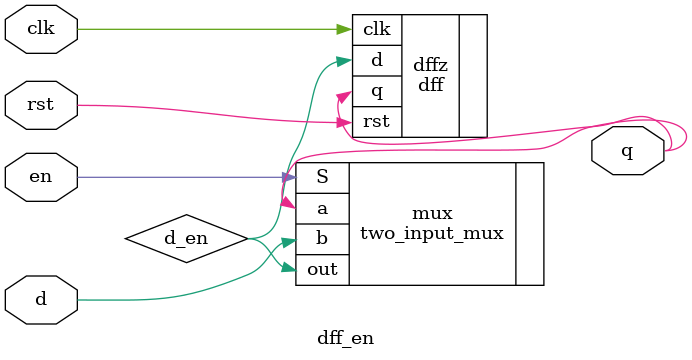
<source format=v>

module dff_en (q, d, clk, rst, en);

    output         q;
    input          d;
    input          clk;
    input          rst;
	input	   en;
	
	wire d_en;
	
	two_input_mux mux(.a(q), .b(d), .S(en), .out(d_en));
	
    dff dffz(.q(q), .d(d_en), .clk(clk), .rst(rst));

endmodule
</source>
